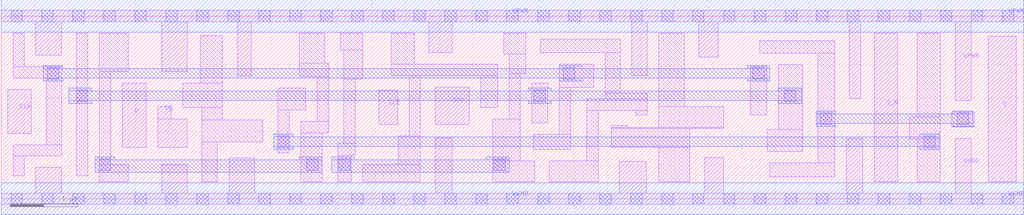
<source format=lef>
# Copyright 2020 The SkyWater PDK Authors
#
# Licensed under the Apache License, Version 2.0 (the "License");
# you may not use this file except in compliance with the License.
# You may obtain a copy of the License at
#
#     https://www.apache.org/licenses/LICENSE-2.0
#
# Unless required by applicable law or agreed to in writing, software
# distributed under the License is distributed on an "AS IS" BASIS,
# WITHOUT WARRANTIES OR CONDITIONS OF ANY KIND, either express or implied.
# See the License for the specific language governing permissions and
# limitations under the License.
#
# SPDX-License-Identifier: Apache-2.0

VERSION 5.7 ;
  NAMESCASESENSITIVE ON ;
  NOWIREEXTENSIONATPIN ON ;
  DIVIDERCHAR "/" ;
  BUSBITCHARS "[]" ;
UNITS
  DATABASE MICRONS 200 ;
END UNITS
PROPERTYDEFINITIONS
  MACRO maskLayoutSubType STRING ;
  MACRO prCellType STRING ;
  MACRO originalViewName STRING ;
END PROPERTYDEFINITIONS
MACRO sky130_fd_sc_hdll__sedfxbp_1
  CLASS CORE ;
  FOREIGN sky130_fd_sc_hdll__sedfxbp_1 ;
  ORIGIN  0.000000  0.000000 ;
  SIZE  15.18000 BY  2.720000 ;
  SYMMETRY X Y R90 ;
  SITE unithd ;
  PIN CLK
    ANTENNAGATEAREA  0.178200 ;
    DIRECTION INPUT ;
    USE SIGNAL ;
    PORT
      LAYER li1 ;
        RECT 0.095000 0.975000 0.445000 1.625000 ;
    END
  END CLK
  PIN D
    ANTENNAGATEAREA  0.178200 ;
    DIRECTION INPUT ;
    USE SIGNAL ;
    PORT
      LAYER li1 ;
        RECT 1.795000 0.765000 2.155000 1.720000 ;
    END
  END D
  PIN DE
    ANTENNAGATEAREA  0.356400 ;
    DIRECTION INPUT ;
    USE SIGNAL ;
    PORT
      LAYER li1 ;
        RECT 2.325000 0.765000 2.765000 1.185000 ;
        RECT 2.325000 1.185000 2.525000 1.370000 ;
    END
  END DE
  PIN Q
    ANTENNADIFFAREA  0.513250 ;
    DIRECTION OUTPUT ;
    USE SIGNAL ;
    PORT
      LAYER li1 ;
        RECT 14.655000 0.255000 15.070000 2.420000 ;
    END
  END Q
  PIN Q_N
    ANTENNADIFFAREA  0.439000 ;
    DIRECTION OUTPUT ;
    USE SIGNAL ;
    PORT
      LAYER li1 ;
        RECT 12.960000 0.255000 13.315000 2.465000 ;
    END
  END Q_N
  PIN SCD
    ANTENNAGATEAREA  0.178200 ;
    DIRECTION INPUT ;
    USE SIGNAL ;
    PORT
      LAYER li1 ;
        RECT 6.445000 1.105000 6.950000 1.665000 ;
    END
  END SCD
  PIN SCE
    ANTENNAGATEAREA  0.356400 ;
    DIRECTION INPUT ;
    USE SIGNAL ;
    PORT
      LAYER li1 ;
        RECT 5.605000 1.105000 5.885000 1.615000 ;
    END
  END SCE
  PIN VGND
    DIRECTION INOUT ;
    USE GROUND ;
    PORT
      LAYER li1 ;
        RECT  0.000000 -0.085000 15.180000 0.085000 ;
        RECT  0.515000  0.085000  0.895000 0.465000 ;
        RECT  2.385000  0.085000  2.765000 0.515000 ;
        RECT  3.385000  0.085000  3.765000 0.610000 ;
        RECT  6.445000  0.085000  6.695000 0.905000 ;
        RECT  9.180000  0.085000  9.575000 0.560000 ;
        RECT 10.450000  0.085000 10.725000 0.615000 ;
        RECT 12.545000  0.085000 12.790000 0.900000 ;
        RECT 14.165000  0.085000 14.400000 0.900000 ;
      LAYER mcon ;
        RECT  0.145000 -0.085000  0.315000 0.085000 ;
        RECT  0.605000 -0.085000  0.775000 0.085000 ;
        RECT  1.065000 -0.085000  1.235000 0.085000 ;
        RECT  1.525000 -0.085000  1.695000 0.085000 ;
        RECT  1.985000 -0.085000  2.155000 0.085000 ;
        RECT  2.445000 -0.085000  2.615000 0.085000 ;
        RECT  2.905000 -0.085000  3.075000 0.085000 ;
        RECT  3.365000 -0.085000  3.535000 0.085000 ;
        RECT  3.825000 -0.085000  3.995000 0.085000 ;
        RECT  4.285000 -0.085000  4.455000 0.085000 ;
        RECT  4.745000 -0.085000  4.915000 0.085000 ;
        RECT  5.205000 -0.085000  5.375000 0.085000 ;
        RECT  5.665000 -0.085000  5.835000 0.085000 ;
        RECT  6.125000 -0.085000  6.295000 0.085000 ;
        RECT  6.585000 -0.085000  6.755000 0.085000 ;
        RECT  7.045000 -0.085000  7.215000 0.085000 ;
        RECT  7.505000 -0.085000  7.675000 0.085000 ;
        RECT  7.965000 -0.085000  8.135000 0.085000 ;
        RECT  8.425000 -0.085000  8.595000 0.085000 ;
        RECT  8.885000 -0.085000  9.055000 0.085000 ;
        RECT  9.345000 -0.085000  9.515000 0.085000 ;
        RECT  9.805000 -0.085000  9.975000 0.085000 ;
        RECT 10.265000 -0.085000 10.435000 0.085000 ;
        RECT 10.725000 -0.085000 10.895000 0.085000 ;
        RECT 11.185000 -0.085000 11.355000 0.085000 ;
        RECT 11.645000 -0.085000 11.815000 0.085000 ;
        RECT 12.105000 -0.085000 12.275000 0.085000 ;
        RECT 12.565000 -0.085000 12.735000 0.085000 ;
        RECT 13.025000 -0.085000 13.195000 0.085000 ;
        RECT 13.485000 -0.085000 13.655000 0.085000 ;
        RECT 13.945000 -0.085000 14.115000 0.085000 ;
        RECT 14.405000 -0.085000 14.575000 0.085000 ;
        RECT 14.865000 -0.085000 15.035000 0.085000 ;
      LAYER met1 ;
        RECT 0.000000 -0.240000 15.180000 0.240000 ;
    END
  END VGND
  PIN VPWR
    DIRECTION INOUT ;
    USE POWER ;
    PORT
      LAYER li1 ;
        RECT  0.000000 2.635000 15.180000 2.805000 ;
        RECT  0.515000 2.135000  0.895000 2.635000 ;
        RECT  2.385000 1.890000  2.765000 2.635000 ;
        RECT  3.515000 1.825000  3.710000 2.635000 ;
        RECT  6.350000 2.175000  6.695000 2.635000 ;
        RECT  9.360000 1.835000  9.595000 2.635000 ;
        RECT 10.355000 2.105000 10.645000 2.635000 ;
        RECT 12.595000 1.495000 12.765000 2.635000 ;
        RECT 14.165000 1.465000 14.400000 2.635000 ;
      LAYER mcon ;
        RECT  0.145000 2.635000  0.315000 2.805000 ;
        RECT  0.605000 2.635000  0.775000 2.805000 ;
        RECT  1.065000 2.635000  1.235000 2.805000 ;
        RECT  1.525000 2.635000  1.695000 2.805000 ;
        RECT  1.985000 2.635000  2.155000 2.805000 ;
        RECT  2.445000 2.635000  2.615000 2.805000 ;
        RECT  2.905000 2.635000  3.075000 2.805000 ;
        RECT  3.365000 2.635000  3.535000 2.805000 ;
        RECT  3.825000 2.635000  3.995000 2.805000 ;
        RECT  4.285000 2.635000  4.455000 2.805000 ;
        RECT  4.745000 2.635000  4.915000 2.805000 ;
        RECT  5.205000 2.635000  5.375000 2.805000 ;
        RECT  5.665000 2.635000  5.835000 2.805000 ;
        RECT  6.125000 2.635000  6.295000 2.805000 ;
        RECT  6.585000 2.635000  6.755000 2.805000 ;
        RECT  7.045000 2.635000  7.215000 2.805000 ;
        RECT  7.505000 2.635000  7.675000 2.805000 ;
        RECT  7.965000 2.635000  8.135000 2.805000 ;
        RECT  8.425000 2.635000  8.595000 2.805000 ;
        RECT  8.885000 2.635000  9.055000 2.805000 ;
        RECT  9.345000 2.635000  9.515000 2.805000 ;
        RECT  9.805000 2.635000  9.975000 2.805000 ;
        RECT 10.265000 2.635000 10.435000 2.805000 ;
        RECT 10.725000 2.635000 10.895000 2.805000 ;
        RECT 11.185000 2.635000 11.355000 2.805000 ;
        RECT 11.645000 2.635000 11.815000 2.805000 ;
        RECT 12.105000 2.635000 12.275000 2.805000 ;
        RECT 12.565000 2.635000 12.735000 2.805000 ;
        RECT 13.025000 2.635000 13.195000 2.805000 ;
        RECT 13.485000 2.635000 13.655000 2.805000 ;
        RECT 13.945000 2.635000 14.115000 2.805000 ;
        RECT 14.405000 2.635000 14.575000 2.805000 ;
        RECT 14.865000 2.635000 15.035000 2.805000 ;
      LAYER met1 ;
        RECT 0.000000 2.480000 15.180000 2.960000 ;
    END
  END VPWR
  OBS
    LAYER li1 ;
      RECT  0.175000 0.345000  0.345000 0.635000 ;
      RECT  0.175000 0.635000  0.895000 0.805000 ;
      RECT  0.175000 1.795000  0.895000 1.965000 ;
      RECT  0.175000 1.965000  0.345000 2.465000 ;
      RECT  0.665000 0.805000  0.895000 1.795000 ;
      RECT  1.115000 0.345000  1.285000 2.465000 ;
      RECT  1.455000 0.255000  1.885000 0.515000 ;
      RECT  1.455000 0.515000  1.625000 1.890000 ;
      RECT  1.455000 1.890000  1.885000 2.465000 ;
      RECT  2.695000 1.355000  3.285000 1.720000 ;
      RECT  2.955000 1.720000  3.285000 2.425000 ;
      RECT  2.980000 0.255000  3.205000 0.845000 ;
      RECT  2.980000 0.845000  3.885000 1.175000 ;
      RECT  2.980000 1.175000  3.285000 1.355000 ;
      RECT  4.105000 0.685000  4.275000 1.320000 ;
      RECT  4.105000 1.320000  4.525000 1.650000 ;
      RECT  4.425000 1.820000  4.865000 2.020000 ;
      RECT  4.425000 2.020000  4.805000 2.465000 ;
      RECT  4.445000 0.255000  4.765000 0.980000 ;
      RECT  4.445000 0.980000  4.865000 1.150000 ;
      RECT  4.695000 1.150000  4.865000 1.820000 ;
      RECT  4.995000 0.255000  5.195000 0.645000 ;
      RECT  4.995000 0.645000  5.255000 0.825000 ;
      RECT  5.035000 2.210000  5.365000 2.465000 ;
      RECT  5.085000 0.825000  5.255000 1.785000 ;
      RECT  5.085000 1.785000  5.365000 2.210000 ;
      RECT  5.365000 0.255000  6.225000 0.515000 ;
      RECT  5.790000 1.835000  7.370000 2.005000 ;
      RECT  5.790000 2.005000  6.130000 2.465000 ;
      RECT  5.895000 0.515000  6.225000 0.935000 ;
      RECT  6.055000 0.935000  6.225000 1.835000 ;
      RECT  7.120000 1.355000  7.370000 1.835000 ;
      RECT  7.300000 0.255000  7.920000 0.565000 ;
      RECT  7.300000 0.565000  7.710000 1.185000 ;
      RECT  7.460000 2.150000  7.790000 2.465000 ;
      RECT  7.540000 1.185000  7.710000 1.865000 ;
      RECT  7.540000 1.865000  7.790000 2.150000 ;
      RECT  7.880000 1.125000  8.115000 1.720000 ;
      RECT  7.900000 0.735000  8.455000 0.955000 ;
      RECT  8.000000 2.175000  9.190000 2.375000 ;
      RECT  8.140000 0.255000  8.865000 0.565000 ;
      RECT  8.285000 0.955000  8.455000 1.655000 ;
      RECT  8.285000 1.655000  8.800000 2.005000 ;
      RECT  8.695000 0.565000  8.865000 1.315000 ;
      RECT  8.695000 1.315000  9.595000 1.485000 ;
      RECT  8.970000 1.485000  9.595000 1.575000 ;
      RECT  8.970000 1.575000  9.190000 2.175000 ;
      RECT  9.055000 0.765000 10.220000 1.045000 ;
      RECT  9.055000 1.045000 10.730000 1.065000 ;
      RECT  9.055000 1.065000  9.305000 1.095000 ;
      RECT  9.425000 1.245000  9.595000 1.315000 ;
      RECT  9.765000 0.255000 10.220000 0.765000 ;
      RECT  9.765000 1.065000 10.730000 1.375000 ;
      RECT  9.765000 1.375000 10.145000 2.465000 ;
      RECT 11.125000 1.245000 11.365000 1.965000 ;
      RECT 11.260000 2.165000 12.375000 2.355000 ;
      RECT 11.375000 0.705000 11.905000 1.035000 ;
      RECT 11.410000 0.330000 12.375000 0.535000 ;
      RECT 11.535000 1.035000 11.905000 1.995000 ;
      RECT 12.125000 0.535000 12.375000 2.165000 ;
      RECT 13.485000 0.890000 13.945000 1.220000 ;
      RECT 13.605000 0.255000 13.945000 0.890000 ;
      RECT 13.605000 1.220000 13.945000 2.465000 ;
      RECT 14.115000 1.070000 14.445000 1.295000 ;
    LAYER mcon ;
      RECT  0.685000 1.785000  0.855000 1.955000 ;
      RECT  1.115000 1.445000  1.285000 1.615000 ;
      RECT  1.455000 0.425000  1.625000 0.595000 ;
      RECT  4.105000 0.765000  4.275000 0.935000 ;
      RECT  4.535000 0.425000  4.705000 0.595000 ;
      RECT  5.015000 0.425000  5.185000 0.595000 ;
      RECT  7.315000 0.425000  7.485000 0.595000 ;
      RECT  7.910000 1.445000  8.080000 1.615000 ;
      RECT  8.345000 1.785000  8.515000 1.955000 ;
      RECT 11.160000 1.785000 11.330000 1.955000 ;
      RECT 11.630000 1.445000 11.800000 1.615000 ;
      RECT 12.165000 1.105000 12.335000 1.275000 ;
      RECT 13.700000 0.765000 13.870000 0.935000 ;
      RECT 14.195000 1.105000 14.365000 1.275000 ;
    LAYER met1 ;
      RECT  0.625000 1.755000  0.915000 1.800000 ;
      RECT  0.625000 1.800000 11.415000 1.940000 ;
      RECT  0.625000 1.940000  0.915000 1.985000 ;
      RECT  1.005000 1.415000  1.345000 1.460000 ;
      RECT  1.005000 1.460000 11.885000 1.600000 ;
      RECT  1.005000 1.600000  1.345000 1.645000 ;
      RECT  1.395000 0.395000  4.765000 0.580000 ;
      RECT  1.395000 0.580000  1.685000 0.625000 ;
      RECT  4.045000 0.735000  4.335000 0.780000 ;
      RECT  4.045000 0.780000 13.930000 0.920000 ;
      RECT  4.045000 0.920000  4.335000 0.965000 ;
      RECT  4.425000 0.580000  4.765000 0.625000 ;
      RECT  4.905000 0.395000  7.545000 0.580000 ;
      RECT  4.905000 0.580000  5.245000 0.625000 ;
      RECT  7.205000 0.580000  7.545000 0.625000 ;
      RECT  7.825000 1.415000  8.165000 1.460000 ;
      RECT  7.825000 1.600000  8.165000 1.645000 ;
      RECT  8.285000 1.755000  8.625000 1.800000 ;
      RECT  8.285000 1.940000  8.625000 1.985000 ;
      RECT 11.075000 1.755000 11.415000 1.800000 ;
      RECT 11.075000 1.940000 11.415000 1.985000 ;
      RECT 11.545000 1.415000 11.885000 1.460000 ;
      RECT 11.545000 1.600000 11.885000 1.645000 ;
      RECT 12.105000 1.075000 12.395000 1.120000 ;
      RECT 12.105000 1.120000 14.425000 1.260000 ;
      RECT 12.105000 1.260000 12.395000 1.305000 ;
      RECT 13.640000 0.735000 13.930000 0.780000 ;
      RECT 13.640000 0.920000 13.930000 0.965000 ;
      RECT 14.135000 1.075000 14.425000 1.120000 ;
      RECT 14.135000 1.260000 14.425000 1.305000 ;
  END
  PROPERTY maskLayoutSubType "abstract" ;
  PROPERTY prCellType "standard" ;
  PROPERTY originalViewName "layout" ;
END sky130_fd_sc_hdll__sedfxbp_1

</source>
